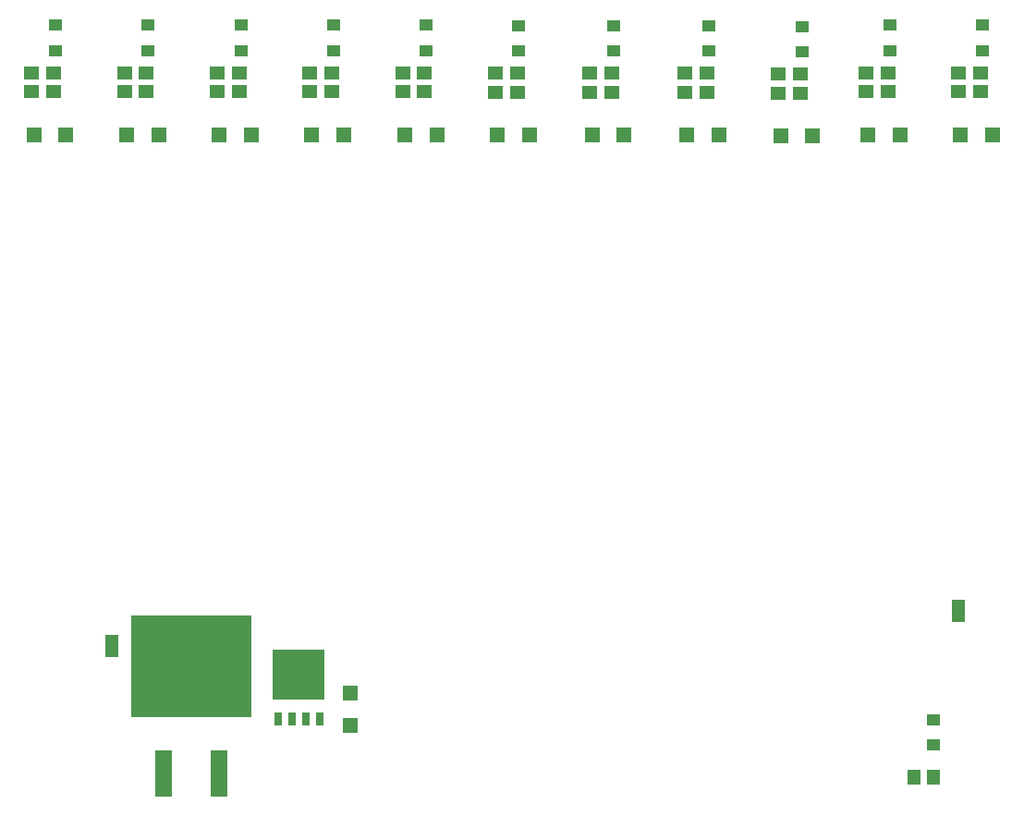
<source format=gbr>
%TF.GenerationSoftware,Altium Limited,Altium Designer,19.1.8 (144)*%
G04 Layer_Color=8421504*
%FSLAX26Y26*%
%MOIN*%
%TF.FileFunction,Paste,Top*%
%TF.Part,Single*%
G01*
G75*
%TA.AperFunction,SMDPad,CuDef*%
%ADD10R,0.027559X0.045276*%
%ADD11R,0.185039X0.181102*%
%ADD12R,0.045276X0.080709*%
%ADD13R,0.062992X0.169000*%
%ADD14R,0.436000X0.366000*%
%ADD15R,0.057087X0.053150*%
%ADD16R,0.051181X0.043307*%
%ADD17R,0.053150X0.057087*%
%ADD18R,0.053150X0.045276*%
%ADD19R,0.045276X0.053150*%
D10*
X1767000Y1580709D02*
D03*
X1817000D02*
D03*
X1867000D02*
D03*
X1917000D02*
D03*
D11*
X1842000Y1738189D02*
D03*
D12*
X1166390Y1843077D02*
D03*
X4221922Y1971000D02*
D03*
D13*
X1353000Y1384000D02*
D03*
X1553000D02*
D03*
D14*
X1453000Y1769500D02*
D03*
D15*
X2029000Y1672071D02*
D03*
Y1555929D02*
D03*
D16*
X1967162Y3990724D02*
D03*
Y4081276D02*
D03*
X2301453Y3990724D02*
D03*
Y4081276D02*
D03*
X2977983Y3989724D02*
D03*
Y4080275D02*
D03*
X3657983Y3986550D02*
D03*
Y4077102D02*
D03*
X2635983Y3989723D02*
D03*
Y4080274D02*
D03*
X3320615Y3989898D02*
D03*
Y4080449D02*
D03*
X3972906Y3990724D02*
D03*
Y4081276D02*
D03*
X4307197Y3990724D02*
D03*
Y4081276D02*
D03*
X1632872Y3990724D02*
D03*
Y4081276D02*
D03*
X1298581Y3990724D02*
D03*
Y4081276D02*
D03*
X964291Y3990724D02*
D03*
Y4081276D02*
D03*
X4131308Y1576071D02*
D03*
Y1485520D02*
D03*
D17*
X1670943Y3686000D02*
D03*
X1554801D02*
D03*
X1336652D02*
D03*
X1220510D02*
D03*
X1002361D02*
D03*
X886220D02*
D03*
X2005233D02*
D03*
X1889092D02*
D03*
X3358686Y3685173D02*
D03*
X3242545D02*
D03*
X4345267Y3686000D02*
D03*
X4229126D02*
D03*
X4010977D02*
D03*
X3894835D02*
D03*
X3016054Y3684999D02*
D03*
X2899912D02*
D03*
X2339524Y3686000D02*
D03*
X2223382D02*
D03*
X2674054Y3684998D02*
D03*
X2557912D02*
D03*
X3696054Y3681826D02*
D03*
X3579912D02*
D03*
D18*
X879016Y3841276D02*
D03*
Y3910173D02*
D03*
X1213307Y3841276D02*
D03*
Y3910173D02*
D03*
X1547597Y3841276D02*
D03*
Y3910173D02*
D03*
X1881888Y3841276D02*
D03*
Y3910173D02*
D03*
X2216179Y3841276D02*
D03*
Y3910173D02*
D03*
X3887632Y3841276D02*
D03*
Y3910173D02*
D03*
X4221922Y3841276D02*
D03*
Y3910173D02*
D03*
X3235341Y3840449D02*
D03*
Y3909346D02*
D03*
X2550709Y3840274D02*
D03*
Y3909172D02*
D03*
X3572709Y3837102D02*
D03*
Y3905999D02*
D03*
X2892709Y3840275D02*
D03*
Y3909172D02*
D03*
X3314633Y3909347D02*
D03*
Y3840450D02*
D03*
X3966923Y3910174D02*
D03*
Y3841276D02*
D03*
X4301214Y3910174D02*
D03*
Y3841276D02*
D03*
X1961179Y3910174D02*
D03*
Y3841276D02*
D03*
X2295470Y3910174D02*
D03*
Y3841276D02*
D03*
X2972000Y3909173D02*
D03*
Y3840276D02*
D03*
X3652000Y3906000D02*
D03*
Y3837102D02*
D03*
X2630000Y3909172D02*
D03*
Y3840275D02*
D03*
X1626889Y3910174D02*
D03*
Y3841276D02*
D03*
X958308Y3910174D02*
D03*
Y3841276D02*
D03*
X1292598Y3910174D02*
D03*
Y3841276D02*
D03*
D19*
X4062411Y1368000D02*
D03*
X4131308D02*
D03*
%TF.MD5,34965629069f42cb49675c27ada3eefe*%
M02*

</source>
